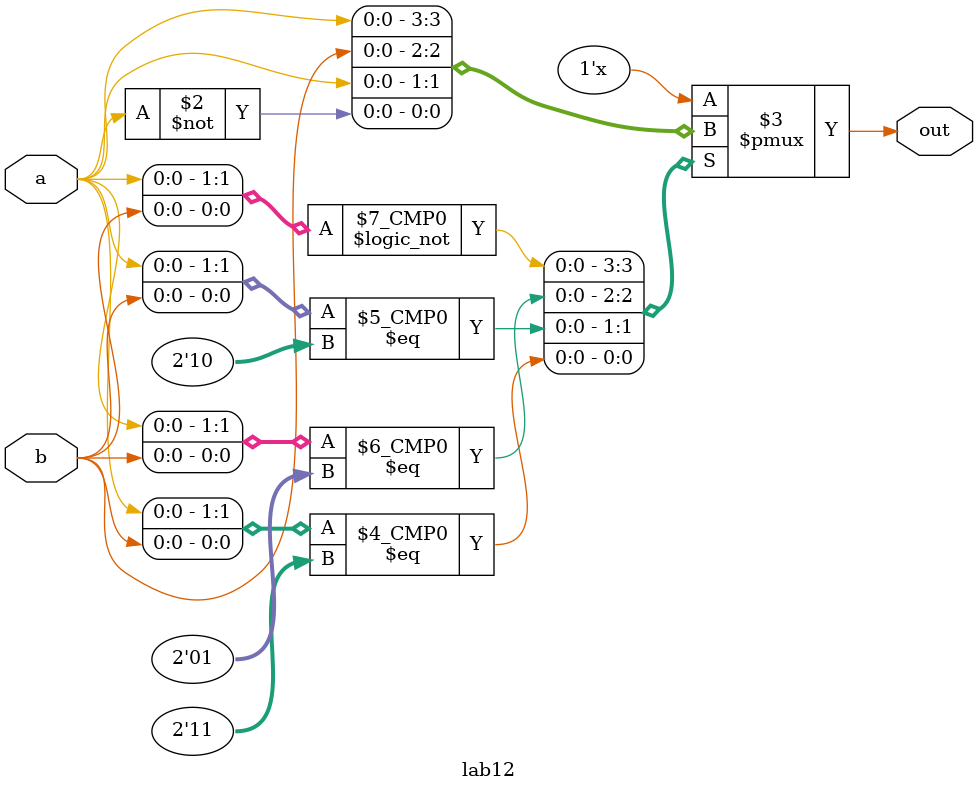
<source format=v>
`timescale 1ns / 1ps
module lab12(output reg out, input a, input b);

always @(*)
begin
	case ({a, b})
		2'b00: out = a;
		2'b01: out = b;
		2'b10: out = a;
		2'b11: out = ~a;
		default: out = 1'bx;
	endcase
end


endmodule

</source>
